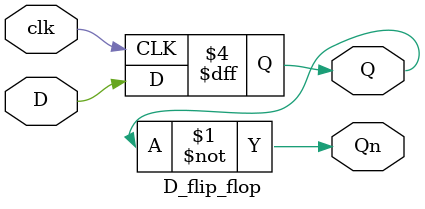
<source format=v>
`timescale 1ns / 1ps

module D_flip_flop(
    input D,clk,
    output reg  Q,
    output Qn
    );
    initial Q = 0 ;
    assign Qn = ~Q ;
    always @(posedge clk) begin
        Q = D ;
    end
endmodule

</source>
